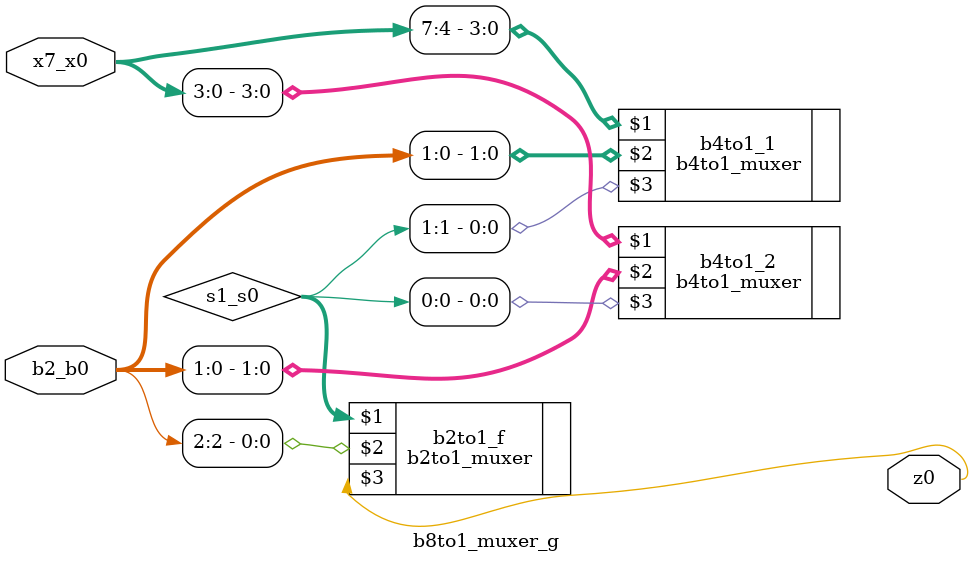
<source format=v>
module b8to1_muxer(x7_x0, b2_b0, z0);
	input[7:0] x7_x0;
	input[2:0] b2_b0;
	output z0;

	assign z0 = (b2_b0 == 'B000) ? x7_x0[0]:
							(b2_b0 == 'B001) ? x7_x0[1]:
							(b2_b0 == 'B010) ? x7_x0[2]:
							(b2_b0 == 'B011) ? x7_x0[3]:
							(b2_b0 == 'B100) ? x7_x0[4]:
							(b2_b0 == 'B101) ? x7_x0[5]:
							(b2_b0 == 'B110) ? x7_x0[6]:
						/*(b2_b0 == 'B111)?*/x7_x0[7];
endmodule

// implementazione a porte logiche
module b8to1_muxer_p(x7_x0, b2_b0, z0);
	input[7:0] x7_x0;
	input[2:0] b2_b0;
	output z0;

	assign z0 = b2_b0[2] & b2_b0[1] & b2_b0[0] & x7_x0[7]
						| b2_b0[2] & b2_b0[1] & ~b2_b0[0] & x7_x0[6]
						| b2_b0[2] & ~b2_b0[1] & b2_b0[0] & x7_x0[5]
						| b2_b0[2] & ~b2_b0[1] & ~b2_b0[0] & x7_x0[4]
						| ~b2_b0[2] & b2_b0[1] & b2_b0[0] & x7_x0[3]
						| ~b2_b0[2] & b2_b0[1] & ~b2_b0[0] & x7_x0[2]
						| ~b2_b0[2] & ~b2_b0[1] & b2_b0[0] & x7_x0[1]
						| ~b2_b0[2] & ~b2_b0[1] & ~b2_b0[0] & x7_x0[0];
endmodule

// implementazione via decoder
module b8to1_muxer_d(x7_x0, b2_b0, z0);
	input[7:0] x7_x0;
	input[2:0] b2_b0;
	output z0;

	wire[7:0] s7_s0;

	b3to8_decoder b3to8(b2_b0, s7_s0);

	assign z0 = s7_s0[7] & x7_x0[7] | s7_s0[6] & x7_x0[6] 
						| s7_s0[5] & x7_x0[5] | s7_s0[4] & x7_x0[4]
						| s7_s0[3] & x7_x0[3] | s7_s0[2] & x7_x0[2]
						| s7_s0[1] & x7_x0[1] | s7_s0[0] & x7_x0[0];
endmodule

// implementazione gerarchica
module b8to1_muxer_g(x7_x0, b2_b0, z0);
	input[7:0] x7_x0;
	input[2:0] b2_b0;
	output z0;

	wire [1:0] s1_s0;

	b4to1_muxer b4to1_1 (x7_x0[7:4], b2_b0[1:0], s1_s0[1]);
	b4to1_muxer b4to1_2 (x7_x0[3:0], b2_b0[1:0], s1_s0[0]);
	b2to1_muxer b2to1_f (s1_s0, b2_b0[2], z0);
endmodule

</source>
